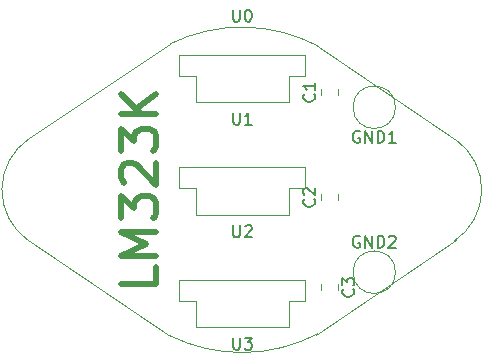
<source format=gbr>
G04 #@! TF.GenerationSoftware,KiCad,Pcbnew,(5.1.2)-1*
G04 #@! TF.CreationDate,2020-04-06T18:09:32-04:00*
G04 #@! TF.ProjectId,LM323K,4c4d3332-334b-42e6-9b69-6361645f7063,rev?*
G04 #@! TF.SameCoordinates,Original*
G04 #@! TF.FileFunction,Legend,Top*
G04 #@! TF.FilePolarity,Positive*
%FSLAX46Y46*%
G04 Gerber Fmt 4.6, Leading zero omitted, Abs format (unit mm)*
G04 Created by KiCad (PCBNEW (5.1.2)-1) date 2020-04-06 18:09:32*
%MOMM*%
%LPD*%
G04 APERTURE LIST*
%ADD10C,0.500000*%
%ADD11C,0.120000*%
%ADD12C,0.150000*%
G04 APERTURE END LIST*
D10*
X88225142Y-63721428D02*
X88225142Y-65150000D01*
X85225142Y-65150000D01*
X88225142Y-62721428D02*
X85225142Y-62721428D01*
X87368000Y-61721428D01*
X85225142Y-60721428D01*
X88225142Y-60721428D01*
X85225142Y-59578571D02*
X85225142Y-57721428D01*
X86368000Y-58721428D01*
X86368000Y-58292857D01*
X86510857Y-58007142D01*
X86653714Y-57864285D01*
X86939428Y-57721428D01*
X87653714Y-57721428D01*
X87939428Y-57864285D01*
X88082285Y-58007142D01*
X88225142Y-58292857D01*
X88225142Y-59150000D01*
X88082285Y-59435714D01*
X87939428Y-59578571D01*
X85510857Y-56578571D02*
X85368000Y-56435714D01*
X85225142Y-56150000D01*
X85225142Y-55435714D01*
X85368000Y-55150000D01*
X85510857Y-55007142D01*
X85796571Y-54864285D01*
X86082285Y-54864285D01*
X86510857Y-55007142D01*
X88225142Y-56721428D01*
X88225142Y-54864285D01*
X85225142Y-53864285D02*
X85225142Y-52007142D01*
X86368000Y-53007142D01*
X86368000Y-52578571D01*
X86510857Y-52292857D01*
X86653714Y-52150000D01*
X86939428Y-52007142D01*
X87653714Y-52007142D01*
X87939428Y-52150000D01*
X88082285Y-52292857D01*
X88225142Y-52578571D01*
X88225142Y-53435714D01*
X88082285Y-53721428D01*
X87939428Y-53864285D01*
X88225142Y-50721428D02*
X85225142Y-50721428D01*
X88225142Y-49007142D02*
X86510857Y-50292857D01*
X85225142Y-49007142D02*
X86939428Y-50721428D01*
D11*
X102160000Y-49156252D02*
X102160000Y-48633748D01*
X103580000Y-49156252D02*
X103580000Y-48633748D01*
X103580000Y-58046252D02*
X103580000Y-57523748D01*
X102160000Y-58046252D02*
X102160000Y-57523748D01*
X103580000Y-65143748D02*
X103580000Y-65666252D01*
X102160000Y-65143748D02*
X102160000Y-65666252D01*
X89378330Y-44808226D02*
X77478330Y-52808226D01*
X89378330Y-69508226D02*
X77378330Y-61408226D01*
X101778330Y-44908226D02*
X113578330Y-52908226D01*
X101778330Y-69408226D02*
X113578330Y-61408226D01*
X101884200Y-44964075D02*
G75*
G03X89378330Y-44808226I-6405870J-12194151D01*
G01*
X101884200Y-69352377D02*
G75*
G02X89378330Y-69508226I-6405870J12194151D01*
G01*
X77401364Y-61455919D02*
G75*
G02X77478330Y-52808226I2976966J4297693D01*
G01*
X113425506Y-61512085D02*
G75*
G03X113578330Y-52908226I-2847176J4353859D01*
G01*
X91564000Y-47501000D02*
X90174000Y-47501000D01*
X91564000Y-49741000D02*
X91564000Y-47501000D01*
X99444000Y-49741000D02*
X91564000Y-49741000D01*
X99444000Y-47501000D02*
X99444000Y-49741000D01*
X100844000Y-47501000D02*
X99444000Y-47501000D01*
X100844000Y-47491000D02*
X100844000Y-45721000D01*
X100844000Y-45721000D02*
X90174000Y-45721000D01*
X90174000Y-45721000D02*
X90174000Y-47501000D01*
X90174000Y-55246000D02*
X90174000Y-57026000D01*
X100844000Y-55246000D02*
X90174000Y-55246000D01*
X100844000Y-57016000D02*
X100844000Y-55246000D01*
X100844000Y-57026000D02*
X99444000Y-57026000D01*
X99444000Y-57026000D02*
X99444000Y-59266000D01*
X99444000Y-59266000D02*
X91564000Y-59266000D01*
X91564000Y-59266000D02*
X91564000Y-57026000D01*
X91564000Y-57026000D02*
X90174000Y-57026000D01*
X90174000Y-64771000D02*
X90174000Y-66551000D01*
X100844000Y-64771000D02*
X90174000Y-64771000D01*
X100844000Y-66541000D02*
X100844000Y-64771000D01*
X100844000Y-66551000D02*
X99444000Y-66551000D01*
X99444000Y-66551000D02*
X99444000Y-68791000D01*
X99444000Y-68791000D02*
X91564000Y-68791000D01*
X91564000Y-68791000D02*
X91564000Y-66551000D01*
X91564000Y-66551000D02*
X90174000Y-66551000D01*
X108480694Y-50165000D02*
G75*
G03X108480694Y-50165000I-1800694J0D01*
G01*
X108480694Y-64135000D02*
G75*
G03X108480694Y-64135000I-1800694J0D01*
G01*
D12*
X101577142Y-49061666D02*
X101624761Y-49109285D01*
X101672380Y-49252142D01*
X101672380Y-49347380D01*
X101624761Y-49490238D01*
X101529523Y-49585476D01*
X101434285Y-49633095D01*
X101243809Y-49680714D01*
X101100952Y-49680714D01*
X100910476Y-49633095D01*
X100815238Y-49585476D01*
X100720000Y-49490238D01*
X100672380Y-49347380D01*
X100672380Y-49252142D01*
X100720000Y-49109285D01*
X100767619Y-49061666D01*
X101672380Y-48109285D02*
X101672380Y-48680714D01*
X101672380Y-48395000D02*
X100672380Y-48395000D01*
X100815238Y-48490238D01*
X100910476Y-48585476D01*
X100958095Y-48680714D01*
X101577142Y-57951666D02*
X101624761Y-57999285D01*
X101672380Y-58142142D01*
X101672380Y-58237380D01*
X101624761Y-58380238D01*
X101529523Y-58475476D01*
X101434285Y-58523095D01*
X101243809Y-58570714D01*
X101100952Y-58570714D01*
X100910476Y-58523095D01*
X100815238Y-58475476D01*
X100720000Y-58380238D01*
X100672380Y-58237380D01*
X100672380Y-58142142D01*
X100720000Y-57999285D01*
X100767619Y-57951666D01*
X100767619Y-57570714D02*
X100720000Y-57523095D01*
X100672380Y-57427857D01*
X100672380Y-57189761D01*
X100720000Y-57094523D01*
X100767619Y-57046904D01*
X100862857Y-56999285D01*
X100958095Y-56999285D01*
X101100952Y-57046904D01*
X101672380Y-57618333D01*
X101672380Y-56999285D01*
X104877142Y-65571666D02*
X104924761Y-65619285D01*
X104972380Y-65762142D01*
X104972380Y-65857380D01*
X104924761Y-66000238D01*
X104829523Y-66095476D01*
X104734285Y-66143095D01*
X104543809Y-66190714D01*
X104400952Y-66190714D01*
X104210476Y-66143095D01*
X104115238Y-66095476D01*
X104020000Y-66000238D01*
X103972380Y-65857380D01*
X103972380Y-65762142D01*
X104020000Y-65619285D01*
X104067619Y-65571666D01*
X103972380Y-65238333D02*
X103972380Y-64619285D01*
X104353333Y-64952619D01*
X104353333Y-64809761D01*
X104400952Y-64714523D01*
X104448571Y-64666904D01*
X104543809Y-64619285D01*
X104781904Y-64619285D01*
X104877142Y-64666904D01*
X104924761Y-64714523D01*
X104972380Y-64809761D01*
X104972380Y-65095476D01*
X104924761Y-65190714D01*
X104877142Y-65238333D01*
X94716425Y-41910606D02*
X94716425Y-42720130D01*
X94764044Y-42815368D01*
X94811663Y-42862987D01*
X94906901Y-42910606D01*
X95097377Y-42910606D01*
X95192615Y-42862987D01*
X95240234Y-42815368D01*
X95287853Y-42720130D01*
X95287853Y-41910606D01*
X95954520Y-41910606D02*
X96049758Y-41910606D01*
X96144996Y-41958226D01*
X96192615Y-42005845D01*
X96240234Y-42101083D01*
X96287853Y-42291559D01*
X96287853Y-42529654D01*
X96240234Y-42720130D01*
X96192615Y-42815368D01*
X96144996Y-42862987D01*
X96049758Y-42910606D01*
X95954520Y-42910606D01*
X95859282Y-42862987D01*
X95811663Y-42815368D01*
X95764044Y-42720130D01*
X95716425Y-42529654D01*
X95716425Y-42291559D01*
X95764044Y-42101083D01*
X95811663Y-42005845D01*
X95859282Y-41958226D01*
X95954520Y-41910606D01*
X94742095Y-50633380D02*
X94742095Y-51442904D01*
X94789714Y-51538142D01*
X94837333Y-51585761D01*
X94932571Y-51633380D01*
X95123047Y-51633380D01*
X95218285Y-51585761D01*
X95265904Y-51538142D01*
X95313523Y-51442904D01*
X95313523Y-50633380D01*
X96313523Y-51633380D02*
X95742095Y-51633380D01*
X96027809Y-51633380D02*
X96027809Y-50633380D01*
X95932571Y-50776238D01*
X95837333Y-50871476D01*
X95742095Y-50919095D01*
X94742095Y-60158380D02*
X94742095Y-60967904D01*
X94789714Y-61063142D01*
X94837333Y-61110761D01*
X94932571Y-61158380D01*
X95123047Y-61158380D01*
X95218285Y-61110761D01*
X95265904Y-61063142D01*
X95313523Y-60967904D01*
X95313523Y-60158380D01*
X95742095Y-60253619D02*
X95789714Y-60206000D01*
X95884952Y-60158380D01*
X96123047Y-60158380D01*
X96218285Y-60206000D01*
X96265904Y-60253619D01*
X96313523Y-60348857D01*
X96313523Y-60444095D01*
X96265904Y-60586952D01*
X95694476Y-61158380D01*
X96313523Y-61158380D01*
X94742095Y-69683380D02*
X94742095Y-70492904D01*
X94789714Y-70588142D01*
X94837333Y-70635761D01*
X94932571Y-70683380D01*
X95123047Y-70683380D01*
X95218285Y-70635761D01*
X95265904Y-70588142D01*
X95313523Y-70492904D01*
X95313523Y-69683380D01*
X95694476Y-69683380D02*
X96313523Y-69683380D01*
X95980190Y-70064333D01*
X96123047Y-70064333D01*
X96218285Y-70111952D01*
X96265904Y-70159571D01*
X96313523Y-70254809D01*
X96313523Y-70492904D01*
X96265904Y-70588142D01*
X96218285Y-70635761D01*
X96123047Y-70683380D01*
X95837333Y-70683380D01*
X95742095Y-70635761D01*
X95694476Y-70588142D01*
X105441904Y-52215000D02*
X105346666Y-52167380D01*
X105203809Y-52167380D01*
X105060952Y-52215000D01*
X104965714Y-52310238D01*
X104918095Y-52405476D01*
X104870476Y-52595952D01*
X104870476Y-52738809D01*
X104918095Y-52929285D01*
X104965714Y-53024523D01*
X105060952Y-53119761D01*
X105203809Y-53167380D01*
X105299047Y-53167380D01*
X105441904Y-53119761D01*
X105489523Y-53072142D01*
X105489523Y-52738809D01*
X105299047Y-52738809D01*
X105918095Y-53167380D02*
X105918095Y-52167380D01*
X106489523Y-53167380D01*
X106489523Y-52167380D01*
X106965714Y-53167380D02*
X106965714Y-52167380D01*
X107203809Y-52167380D01*
X107346666Y-52215000D01*
X107441904Y-52310238D01*
X107489523Y-52405476D01*
X107537142Y-52595952D01*
X107537142Y-52738809D01*
X107489523Y-52929285D01*
X107441904Y-53024523D01*
X107346666Y-53119761D01*
X107203809Y-53167380D01*
X106965714Y-53167380D01*
X108489523Y-53167380D02*
X107918095Y-53167380D01*
X108203809Y-53167380D02*
X108203809Y-52167380D01*
X108108571Y-52310238D01*
X108013333Y-52405476D01*
X107918095Y-52453095D01*
X105441904Y-61095000D02*
X105346666Y-61047380D01*
X105203809Y-61047380D01*
X105060952Y-61095000D01*
X104965714Y-61190238D01*
X104918095Y-61285476D01*
X104870476Y-61475952D01*
X104870476Y-61618809D01*
X104918095Y-61809285D01*
X104965714Y-61904523D01*
X105060952Y-61999761D01*
X105203809Y-62047380D01*
X105299047Y-62047380D01*
X105441904Y-61999761D01*
X105489523Y-61952142D01*
X105489523Y-61618809D01*
X105299047Y-61618809D01*
X105918095Y-62047380D02*
X105918095Y-61047380D01*
X106489523Y-62047380D01*
X106489523Y-61047380D01*
X106965714Y-62047380D02*
X106965714Y-61047380D01*
X107203809Y-61047380D01*
X107346666Y-61095000D01*
X107441904Y-61190238D01*
X107489523Y-61285476D01*
X107537142Y-61475952D01*
X107537142Y-61618809D01*
X107489523Y-61809285D01*
X107441904Y-61904523D01*
X107346666Y-61999761D01*
X107203809Y-62047380D01*
X106965714Y-62047380D01*
X107918095Y-61142619D02*
X107965714Y-61095000D01*
X108060952Y-61047380D01*
X108299047Y-61047380D01*
X108394285Y-61095000D01*
X108441904Y-61142619D01*
X108489523Y-61237857D01*
X108489523Y-61333095D01*
X108441904Y-61475952D01*
X107870476Y-62047380D01*
X108489523Y-62047380D01*
M02*

</source>
